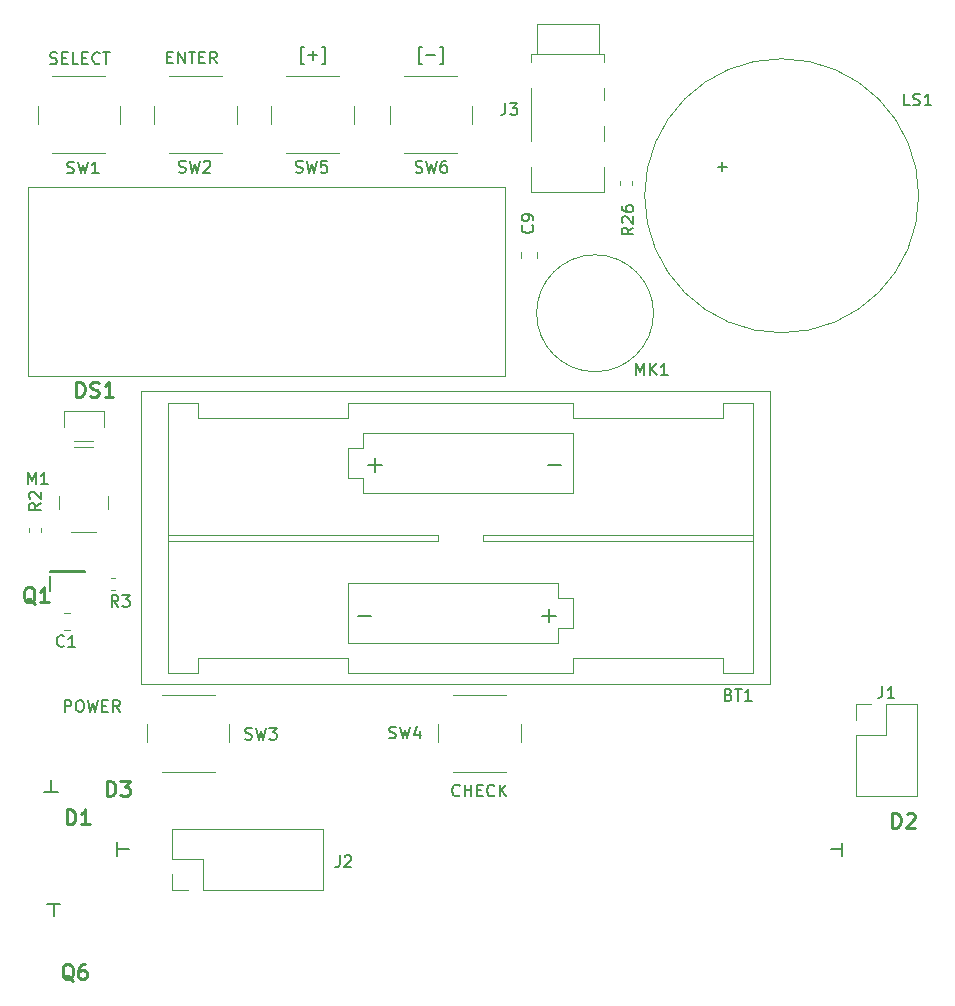
<source format=gbr>
G04 #@! TF.GenerationSoftware,KiCad,Pcbnew,5.1.5-52549c5~86~ubuntu18.04.1*
G04 #@! TF.CreationDate,2020-04-11T22:25:53+03:00*
G04 #@! TF.ProjectId,Dreamstalker-PRO-v1,44726561-6d73-4746-916c-6b65722d5052,1.02*
G04 #@! TF.SameCoordinates,Original*
G04 #@! TF.FileFunction,Legend,Top*
G04 #@! TF.FilePolarity,Positive*
%FSLAX46Y46*%
G04 Gerber Fmt 4.6, Leading zero omitted, Abs format (unit mm)*
G04 Created by KiCad (PCBNEW 5.1.5-52549c5~86~ubuntu18.04.1) date 2020-04-11 22:25:53*
%MOMM*%
%LPD*%
G04 APERTURE LIST*
%ADD10C,0.120000*%
%ADD11C,0.100000*%
%ADD12C,0.200000*%
%ADD13C,0.254000*%
%ADD14C,0.180000*%
%ADD15C,0.150000*%
G04 APERTURE END LIST*
D10*
X90840000Y-83187221D02*
X90840000Y-83512779D01*
X91860000Y-83187221D02*
X91860000Y-83512779D01*
X94700000Y-75850000D02*
X96300000Y-75850000D01*
X94700000Y-76350000D02*
X96300000Y-76350000D01*
X97200000Y-73250000D02*
X97200000Y-74650000D01*
X93800000Y-73250000D02*
X97200000Y-73250000D01*
X93800000Y-74650000D02*
X93800000Y-73250000D01*
X97600000Y-81550000D02*
X97600000Y-80450000D01*
X94450000Y-83550000D02*
X96550000Y-83550000D01*
X93400000Y-81550000D02*
X93400000Y-80450000D01*
X143750000Y-65000000D02*
G75*
G03X143750000Y-65000000I-4950000J0D01*
G01*
D11*
X90790000Y-70300000D02*
X90790000Y-54300000D01*
X131190000Y-70300000D02*
X90790000Y-70300000D01*
X131190000Y-54300000D02*
X131190000Y-70300000D01*
X90790000Y-54300000D02*
X131190000Y-54300000D01*
D10*
X105175000Y-72570000D02*
X105175000Y-73840000D01*
X102635000Y-72570000D02*
X105175000Y-72570000D01*
X102635000Y-95430000D02*
X102635000Y-72570000D01*
X105175000Y-95430000D02*
X105175000Y-94160000D01*
X102635000Y-95430000D02*
X105175000Y-95430000D01*
X149625000Y-73840000D02*
X136925000Y-73840000D01*
X149625000Y-72570000D02*
X149625000Y-73840000D01*
X152165000Y-72570000D02*
X149625000Y-72570000D01*
X152165000Y-95430000D02*
X152165000Y-72570000D01*
X149625000Y-95430000D02*
X152165000Y-95430000D01*
X149625000Y-94160000D02*
X149625000Y-95430000D01*
X149625000Y-94160000D02*
X136925000Y-94160000D01*
X105175000Y-73840000D02*
X117875000Y-73840000D01*
X136925000Y-95430000D02*
X136925000Y-94160000D01*
X117875000Y-95430000D02*
X136925000Y-95430000D01*
X117875000Y-94160000D02*
X117875000Y-95430000D01*
X105175000Y-94160000D02*
X117875000Y-94160000D01*
X117875000Y-72570000D02*
X117875000Y-73840000D01*
X136925000Y-72570000D02*
X117875000Y-72570000D01*
X136925000Y-73840000D02*
X136925000Y-72570000D01*
X125495000Y-83746000D02*
X102635000Y-83746000D01*
X125495000Y-84254000D02*
X125495000Y-83746000D01*
X102635000Y-84254000D02*
X125495000Y-84254000D01*
X129305000Y-83746000D02*
X152165000Y-83746000D01*
X129305000Y-84254000D02*
X129305000Y-83746000D01*
X152165000Y-84254000D02*
X129305000Y-84254000D01*
X117875000Y-92890000D02*
X117875000Y-91620000D01*
X135655000Y-92890000D02*
X117875000Y-92890000D01*
X135655000Y-91620000D02*
X135655000Y-92890000D01*
X136925000Y-91620000D02*
X135655000Y-91620000D01*
X136925000Y-89080000D02*
X136925000Y-91620000D01*
X135655000Y-89080000D02*
X136925000Y-89080000D01*
X135655000Y-87810000D02*
X135655000Y-89080000D01*
X117875000Y-87810000D02*
X135655000Y-87810000D01*
X117875000Y-91620000D02*
X117875000Y-87810000D01*
X119145000Y-75110000D02*
X136925000Y-75110000D01*
X119145000Y-76380000D02*
X119145000Y-75110000D01*
X117875000Y-76380000D02*
X119145000Y-76380000D01*
X117875000Y-78920000D02*
X117875000Y-76380000D01*
X119145000Y-78920000D02*
X117875000Y-78920000D01*
X119145000Y-80190000D02*
X119145000Y-78920000D01*
X136925000Y-80190000D02*
X119145000Y-80190000D01*
X136925000Y-75110000D02*
X136925000Y-80190000D01*
X100395000Y-96400000D02*
X153595000Y-96400000D01*
X153595000Y-96400000D02*
X153595000Y-71600000D01*
X153595000Y-71600000D02*
X100395000Y-71600000D01*
X100395000Y-71600000D02*
X100395000Y-96400000D01*
X133900000Y-43050000D02*
X139100000Y-43050000D01*
X139600000Y-54750000D02*
X139600000Y-52650000D01*
X133400000Y-54750000D02*
X139600000Y-54750000D01*
X133400000Y-52650000D02*
X133400000Y-54750000D01*
X139600000Y-49150000D02*
X139600000Y-50450000D01*
X139600000Y-45950000D02*
X139600000Y-46950000D01*
X133400000Y-45950000D02*
X133400000Y-50450000D01*
X139100000Y-43050000D02*
X139600000Y-43050000D01*
X139600000Y-43050000D02*
X139600000Y-43750000D01*
X133400000Y-43050000D02*
X133400000Y-43750000D01*
X133900000Y-43050000D02*
X133400000Y-43050000D01*
X139100000Y-40550000D02*
X139100000Y-43050000D01*
X133900000Y-40550000D02*
X139100000Y-40550000D01*
X133900000Y-40550000D02*
X133900000Y-43050000D01*
X140890000Y-54162779D02*
X140890000Y-53837221D01*
X141910000Y-54162779D02*
X141910000Y-53837221D01*
X101500000Y-47450000D02*
X101500000Y-48950000D01*
X102750000Y-51450000D02*
X107250000Y-51450000D01*
X108500000Y-48950000D02*
X108500000Y-47450000D01*
X107250000Y-44950000D02*
X102750000Y-44950000D01*
X107850000Y-101300000D02*
X107850000Y-99800000D01*
X106600000Y-97300000D02*
X102100000Y-97300000D01*
X100850000Y-99800000D02*
X100850000Y-101300000D01*
X102100000Y-103800000D02*
X106600000Y-103800000D01*
X132500000Y-101300000D02*
X132500000Y-99800000D01*
X131250000Y-97300000D02*
X126750000Y-97300000D01*
X125500000Y-99800000D02*
X125500000Y-101300000D01*
X126750000Y-103800000D02*
X131250000Y-103800000D01*
X121400000Y-47450000D02*
X121400000Y-48950000D01*
X122650000Y-51450000D02*
X127150000Y-51450000D01*
X128400000Y-48950000D02*
X128400000Y-47450000D01*
X127150000Y-44950000D02*
X122650000Y-44950000D01*
X111400000Y-47450000D02*
X111400000Y-48950000D01*
X112650000Y-51450000D02*
X117150000Y-51450000D01*
X118400000Y-48950000D02*
X118400000Y-47450000D01*
X117150000Y-44950000D02*
X112650000Y-44950000D01*
X91600000Y-47450000D02*
X91600000Y-48950000D01*
X92850000Y-51450000D02*
X97350000Y-51450000D01*
X98600000Y-48950000D02*
X98600000Y-47450000D01*
X97350000Y-44950000D02*
X92850000Y-44950000D01*
X166200000Y-55050000D02*
G75*
G03X166200000Y-55050000I-11600000J0D01*
G01*
X93841422Y-91810000D02*
X94358578Y-91810000D01*
X93841422Y-90390000D02*
X94358578Y-90390000D01*
X132490000Y-59841422D02*
X132490000Y-60358578D01*
X133910000Y-59841422D02*
X133910000Y-60358578D01*
X160870000Y-105860000D02*
X166070000Y-105860000D01*
X160870000Y-100720000D02*
X160870000Y-105860000D01*
X166070000Y-98120000D02*
X166070000Y-105860000D01*
X160870000Y-100720000D02*
X163470000Y-100720000D01*
X163470000Y-100720000D02*
X163470000Y-98120000D01*
X163470000Y-98120000D02*
X166070000Y-98120000D01*
X160870000Y-99450000D02*
X160870000Y-98120000D01*
X160870000Y-98120000D02*
X162200000Y-98120000D01*
X115790000Y-113830000D02*
X115790000Y-108630000D01*
X105570000Y-113830000D02*
X115790000Y-113830000D01*
X102970000Y-108630000D02*
X115790000Y-108630000D01*
X105570000Y-113830000D02*
X105570000Y-111230000D01*
X105570000Y-111230000D02*
X102970000Y-111230000D01*
X102970000Y-111230000D02*
X102970000Y-108630000D01*
X104300000Y-113830000D02*
X102970000Y-113830000D01*
X102970000Y-113830000D02*
X102970000Y-112500000D01*
X98162779Y-87390000D02*
X97837221Y-87390000D01*
X98162779Y-88410000D02*
X97837221Y-88410000D01*
D12*
X92690000Y-86900000D02*
X92690000Y-86800000D01*
X92690000Y-86800000D02*
X95610000Y-86800000D01*
X95610000Y-86800000D02*
X95610000Y-86900000D01*
X95610000Y-86900000D02*
X92690000Y-86900000D01*
X92650000Y-88550000D02*
X92650000Y-87250000D01*
D13*
X163962619Y-108574523D02*
X163962619Y-107304523D01*
X164265000Y-107304523D01*
X164446428Y-107365000D01*
X164567380Y-107485952D01*
X164627857Y-107606904D01*
X164688333Y-107848809D01*
X164688333Y-108030238D01*
X164627857Y-108272142D01*
X164567380Y-108393095D01*
X164446428Y-108514047D01*
X164265000Y-108574523D01*
X163962619Y-108574523D01*
X165172142Y-107425476D02*
X165232619Y-107365000D01*
X165353571Y-107304523D01*
X165655952Y-107304523D01*
X165776904Y-107365000D01*
X165837380Y-107425476D01*
X165897857Y-107546428D01*
X165897857Y-107667380D01*
X165837380Y-107848809D01*
X165111666Y-108574523D01*
X165897857Y-108574523D01*
D14*
X159747619Y-109828571D02*
X159747619Y-110971428D01*
X158747619Y-110400000D02*
X159747619Y-110400000D01*
D13*
X94629047Y-121495476D02*
X94508095Y-121435000D01*
X94387142Y-121314047D01*
X94205714Y-121132619D01*
X94084761Y-121072142D01*
X93963809Y-121072142D01*
X94024285Y-121374523D02*
X93903333Y-121314047D01*
X93782380Y-121193095D01*
X93721904Y-120951190D01*
X93721904Y-120527857D01*
X93782380Y-120285952D01*
X93903333Y-120165000D01*
X94024285Y-120104523D01*
X94266190Y-120104523D01*
X94387142Y-120165000D01*
X94508095Y-120285952D01*
X94568571Y-120527857D01*
X94568571Y-120951190D01*
X94508095Y-121193095D01*
X94387142Y-121314047D01*
X94266190Y-121374523D01*
X94024285Y-121374523D01*
X95657142Y-120104523D02*
X95415238Y-120104523D01*
X95294285Y-120165000D01*
X95233809Y-120225476D01*
X95112857Y-120406904D01*
X95052380Y-120648809D01*
X95052380Y-121132619D01*
X95112857Y-121253571D01*
X95173333Y-121314047D01*
X95294285Y-121374523D01*
X95536190Y-121374523D01*
X95657142Y-121314047D01*
X95717619Y-121253571D01*
X95778095Y-121132619D01*
X95778095Y-120830238D01*
X95717619Y-120709285D01*
X95657142Y-120648809D01*
X95536190Y-120588333D01*
X95294285Y-120588333D01*
X95173333Y-120648809D01*
X95112857Y-120709285D01*
X95052380Y-120830238D01*
D14*
X92378571Y-115052380D02*
X93521428Y-115052380D01*
X92950000Y-116052380D02*
X92950000Y-115052380D01*
D13*
X94062619Y-108274523D02*
X94062619Y-107004523D01*
X94365000Y-107004523D01*
X94546428Y-107065000D01*
X94667380Y-107185952D01*
X94727857Y-107306904D01*
X94788333Y-107548809D01*
X94788333Y-107730238D01*
X94727857Y-107972142D01*
X94667380Y-108093095D01*
X94546428Y-108214047D01*
X94365000Y-108274523D01*
X94062619Y-108274523D01*
X95997857Y-108274523D02*
X95272142Y-108274523D01*
X95635000Y-108274523D02*
X95635000Y-107004523D01*
X95514047Y-107185952D01*
X95393095Y-107306904D01*
X95272142Y-107367380D01*
D14*
X98302380Y-110921428D02*
X98302380Y-109778571D01*
X99302380Y-110350000D02*
X98302380Y-110350000D01*
D13*
X97462619Y-105874523D02*
X97462619Y-104604523D01*
X97765000Y-104604523D01*
X97946428Y-104665000D01*
X98067380Y-104785952D01*
X98127857Y-104906904D01*
X98188333Y-105148809D01*
X98188333Y-105330238D01*
X98127857Y-105572142D01*
X98067380Y-105693095D01*
X97946428Y-105814047D01*
X97765000Y-105874523D01*
X97462619Y-105874523D01*
X98611666Y-104604523D02*
X99397857Y-104604523D01*
X98974523Y-105088333D01*
X99155952Y-105088333D01*
X99276904Y-105148809D01*
X99337380Y-105209285D01*
X99397857Y-105330238D01*
X99397857Y-105632619D01*
X99337380Y-105753571D01*
X99276904Y-105814047D01*
X99155952Y-105874523D01*
X98793095Y-105874523D01*
X98672142Y-105814047D01*
X98611666Y-105753571D01*
D14*
X93321428Y-105497619D02*
X92178571Y-105497619D01*
X92750000Y-104497619D02*
X92750000Y-105497619D01*
D15*
X91872380Y-81066666D02*
X91396190Y-81400000D01*
X91872380Y-81638095D02*
X90872380Y-81638095D01*
X90872380Y-81257142D01*
X90920000Y-81161904D01*
X90967619Y-81114285D01*
X91062857Y-81066666D01*
X91205714Y-81066666D01*
X91300952Y-81114285D01*
X91348571Y-81161904D01*
X91396190Y-81257142D01*
X91396190Y-81638095D01*
X90967619Y-80685714D02*
X90920000Y-80638095D01*
X90872380Y-80542857D01*
X90872380Y-80304761D01*
X90920000Y-80209523D01*
X90967619Y-80161904D01*
X91062857Y-80114285D01*
X91158095Y-80114285D01*
X91300952Y-80161904D01*
X91872380Y-80733333D01*
X91872380Y-80114285D01*
X90790476Y-79452380D02*
X90790476Y-78452380D01*
X91123809Y-79166666D01*
X91457142Y-78452380D01*
X91457142Y-79452380D01*
X92457142Y-79452380D02*
X91885714Y-79452380D01*
X92171428Y-79452380D02*
X92171428Y-78452380D01*
X92076190Y-78595238D01*
X91980952Y-78690476D01*
X91885714Y-78738095D01*
X142290476Y-70252380D02*
X142290476Y-69252380D01*
X142623809Y-69966666D01*
X142957142Y-69252380D01*
X142957142Y-70252380D01*
X143433333Y-70252380D02*
X143433333Y-69252380D01*
X144004761Y-70252380D02*
X143576190Y-69680952D01*
X144004761Y-69252380D02*
X143433333Y-69823809D01*
X144957142Y-70252380D02*
X144385714Y-70252380D01*
X144671428Y-70252380D02*
X144671428Y-69252380D01*
X144576190Y-69395238D01*
X144480952Y-69490476D01*
X144385714Y-69538095D01*
D13*
X94857857Y-72074523D02*
X94857857Y-70804523D01*
X95160238Y-70804523D01*
X95341666Y-70865000D01*
X95462619Y-70985952D01*
X95523095Y-71106904D01*
X95583571Y-71348809D01*
X95583571Y-71530238D01*
X95523095Y-71772142D01*
X95462619Y-71893095D01*
X95341666Y-72014047D01*
X95160238Y-72074523D01*
X94857857Y-72074523D01*
X96067380Y-72014047D02*
X96248809Y-72074523D01*
X96551190Y-72074523D01*
X96672142Y-72014047D01*
X96732619Y-71953571D01*
X96793095Y-71832619D01*
X96793095Y-71711666D01*
X96732619Y-71590714D01*
X96672142Y-71530238D01*
X96551190Y-71469761D01*
X96309285Y-71409285D01*
X96188333Y-71348809D01*
X96127857Y-71288333D01*
X96067380Y-71167380D01*
X96067380Y-71046428D01*
X96127857Y-70925476D01*
X96188333Y-70865000D01*
X96309285Y-70804523D01*
X96611666Y-70804523D01*
X96793095Y-70865000D01*
X98002619Y-72074523D02*
X97276904Y-72074523D01*
X97639761Y-72074523D02*
X97639761Y-70804523D01*
X97518809Y-70985952D01*
X97397857Y-71106904D01*
X97276904Y-71167380D01*
D15*
X150109285Y-97278571D02*
X150252142Y-97326190D01*
X150299761Y-97373809D01*
X150347380Y-97469047D01*
X150347380Y-97611904D01*
X150299761Y-97707142D01*
X150252142Y-97754761D01*
X150156904Y-97802380D01*
X149775952Y-97802380D01*
X149775952Y-96802380D01*
X150109285Y-96802380D01*
X150204523Y-96850000D01*
X150252142Y-96897619D01*
X150299761Y-96992857D01*
X150299761Y-97088095D01*
X150252142Y-97183333D01*
X150204523Y-97230952D01*
X150109285Y-97278571D01*
X149775952Y-97278571D01*
X150633095Y-96802380D02*
X151204523Y-96802380D01*
X150918809Y-97802380D02*
X150918809Y-96802380D01*
X152061666Y-97802380D02*
X151490238Y-97802380D01*
X151775952Y-97802380D02*
X151775952Y-96802380D01*
X151680714Y-96945238D01*
X151585476Y-97040476D01*
X151490238Y-97088095D01*
X118728571Y-90607142D02*
X119871428Y-90607142D01*
X134328571Y-90607142D02*
X135471428Y-90607142D01*
X134900000Y-91178571D02*
X134900000Y-90035714D01*
X134778571Y-77857142D02*
X135921428Y-77857142D01*
X119578571Y-77857142D02*
X120721428Y-77857142D01*
X120150000Y-78428571D02*
X120150000Y-77285714D01*
X134328571Y-90607142D02*
X135471428Y-90607142D01*
X134900000Y-91178571D02*
X134900000Y-90035714D01*
X118728571Y-90607142D02*
X119871428Y-90607142D01*
X131216666Y-47202380D02*
X131216666Y-47916666D01*
X131169047Y-48059523D01*
X131073809Y-48154761D01*
X130930952Y-48202380D01*
X130835714Y-48202380D01*
X131597619Y-47202380D02*
X132216666Y-47202380D01*
X131883333Y-47583333D01*
X132026190Y-47583333D01*
X132121428Y-47630952D01*
X132169047Y-47678571D01*
X132216666Y-47773809D01*
X132216666Y-48011904D01*
X132169047Y-48107142D01*
X132121428Y-48154761D01*
X132026190Y-48202380D01*
X131740476Y-48202380D01*
X131645238Y-48154761D01*
X131597619Y-48107142D01*
X142052380Y-57742857D02*
X141576190Y-58076190D01*
X142052380Y-58314285D02*
X141052380Y-58314285D01*
X141052380Y-57933333D01*
X141100000Y-57838095D01*
X141147619Y-57790476D01*
X141242857Y-57742857D01*
X141385714Y-57742857D01*
X141480952Y-57790476D01*
X141528571Y-57838095D01*
X141576190Y-57933333D01*
X141576190Y-58314285D01*
X141147619Y-57361904D02*
X141100000Y-57314285D01*
X141052380Y-57219047D01*
X141052380Y-56980952D01*
X141100000Y-56885714D01*
X141147619Y-56838095D01*
X141242857Y-56790476D01*
X141338095Y-56790476D01*
X141480952Y-56838095D01*
X142052380Y-57409523D01*
X142052380Y-56790476D01*
X141052380Y-55933333D02*
X141052380Y-56123809D01*
X141100000Y-56219047D01*
X141147619Y-56266666D01*
X141290476Y-56361904D01*
X141480952Y-56409523D01*
X141861904Y-56409523D01*
X141957142Y-56361904D01*
X142004761Y-56314285D01*
X142052380Y-56219047D01*
X142052380Y-56028571D01*
X142004761Y-55933333D01*
X141957142Y-55885714D01*
X141861904Y-55838095D01*
X141623809Y-55838095D01*
X141528571Y-55885714D01*
X141480952Y-55933333D01*
X141433333Y-56028571D01*
X141433333Y-56219047D01*
X141480952Y-56314285D01*
X141528571Y-56361904D01*
X141623809Y-56409523D01*
X103566666Y-53054761D02*
X103709523Y-53102380D01*
X103947619Y-53102380D01*
X104042857Y-53054761D01*
X104090476Y-53007142D01*
X104138095Y-52911904D01*
X104138095Y-52816666D01*
X104090476Y-52721428D01*
X104042857Y-52673809D01*
X103947619Y-52626190D01*
X103757142Y-52578571D01*
X103661904Y-52530952D01*
X103614285Y-52483333D01*
X103566666Y-52388095D01*
X103566666Y-52292857D01*
X103614285Y-52197619D01*
X103661904Y-52150000D01*
X103757142Y-52102380D01*
X103995238Y-52102380D01*
X104138095Y-52150000D01*
X104471428Y-52102380D02*
X104709523Y-53102380D01*
X104900000Y-52388095D01*
X105090476Y-53102380D01*
X105328571Y-52102380D01*
X105661904Y-52197619D02*
X105709523Y-52150000D01*
X105804761Y-52102380D01*
X106042857Y-52102380D01*
X106138095Y-52150000D01*
X106185714Y-52197619D01*
X106233333Y-52292857D01*
X106233333Y-52388095D01*
X106185714Y-52530952D01*
X105614285Y-53102380D01*
X106233333Y-53102380D01*
X102578571Y-43328571D02*
X102911904Y-43328571D01*
X103054761Y-43852380D02*
X102578571Y-43852380D01*
X102578571Y-42852380D01*
X103054761Y-42852380D01*
X103483333Y-43852380D02*
X103483333Y-42852380D01*
X104054761Y-43852380D01*
X104054761Y-42852380D01*
X104388095Y-42852380D02*
X104959523Y-42852380D01*
X104673809Y-43852380D02*
X104673809Y-42852380D01*
X105292857Y-43328571D02*
X105626190Y-43328571D01*
X105769047Y-43852380D02*
X105292857Y-43852380D01*
X105292857Y-42852380D01*
X105769047Y-42852380D01*
X106769047Y-43852380D02*
X106435714Y-43376190D01*
X106197619Y-43852380D02*
X106197619Y-42852380D01*
X106578571Y-42852380D01*
X106673809Y-42900000D01*
X106721428Y-42947619D01*
X106769047Y-43042857D01*
X106769047Y-43185714D01*
X106721428Y-43280952D01*
X106673809Y-43328571D01*
X106578571Y-43376190D01*
X106197619Y-43376190D01*
X109166666Y-101054761D02*
X109309523Y-101102380D01*
X109547619Y-101102380D01*
X109642857Y-101054761D01*
X109690476Y-101007142D01*
X109738095Y-100911904D01*
X109738095Y-100816666D01*
X109690476Y-100721428D01*
X109642857Y-100673809D01*
X109547619Y-100626190D01*
X109357142Y-100578571D01*
X109261904Y-100530952D01*
X109214285Y-100483333D01*
X109166666Y-100388095D01*
X109166666Y-100292857D01*
X109214285Y-100197619D01*
X109261904Y-100150000D01*
X109357142Y-100102380D01*
X109595238Y-100102380D01*
X109738095Y-100150000D01*
X110071428Y-100102380D02*
X110309523Y-101102380D01*
X110500000Y-100388095D01*
X110690476Y-101102380D01*
X110928571Y-100102380D01*
X111214285Y-100102380D02*
X111833333Y-100102380D01*
X111500000Y-100483333D01*
X111642857Y-100483333D01*
X111738095Y-100530952D01*
X111785714Y-100578571D01*
X111833333Y-100673809D01*
X111833333Y-100911904D01*
X111785714Y-101007142D01*
X111738095Y-101054761D01*
X111642857Y-101102380D01*
X111357142Y-101102380D01*
X111261904Y-101054761D01*
X111214285Y-101007142D01*
X93890476Y-98752380D02*
X93890476Y-97752380D01*
X94271428Y-97752380D01*
X94366666Y-97800000D01*
X94414285Y-97847619D01*
X94461904Y-97942857D01*
X94461904Y-98085714D01*
X94414285Y-98180952D01*
X94366666Y-98228571D01*
X94271428Y-98276190D01*
X93890476Y-98276190D01*
X95080952Y-97752380D02*
X95271428Y-97752380D01*
X95366666Y-97800000D01*
X95461904Y-97895238D01*
X95509523Y-98085714D01*
X95509523Y-98419047D01*
X95461904Y-98609523D01*
X95366666Y-98704761D01*
X95271428Y-98752380D01*
X95080952Y-98752380D01*
X94985714Y-98704761D01*
X94890476Y-98609523D01*
X94842857Y-98419047D01*
X94842857Y-98085714D01*
X94890476Y-97895238D01*
X94985714Y-97800000D01*
X95080952Y-97752380D01*
X95842857Y-97752380D02*
X96080952Y-98752380D01*
X96271428Y-98038095D01*
X96461904Y-98752380D01*
X96700000Y-97752380D01*
X97080952Y-98228571D02*
X97414285Y-98228571D01*
X97557142Y-98752380D02*
X97080952Y-98752380D01*
X97080952Y-97752380D01*
X97557142Y-97752380D01*
X98557142Y-98752380D02*
X98223809Y-98276190D01*
X97985714Y-98752380D02*
X97985714Y-97752380D01*
X98366666Y-97752380D01*
X98461904Y-97800000D01*
X98509523Y-97847619D01*
X98557142Y-97942857D01*
X98557142Y-98085714D01*
X98509523Y-98180952D01*
X98461904Y-98228571D01*
X98366666Y-98276190D01*
X97985714Y-98276190D01*
X121366666Y-100954761D02*
X121509523Y-101002380D01*
X121747619Y-101002380D01*
X121842857Y-100954761D01*
X121890476Y-100907142D01*
X121938095Y-100811904D01*
X121938095Y-100716666D01*
X121890476Y-100621428D01*
X121842857Y-100573809D01*
X121747619Y-100526190D01*
X121557142Y-100478571D01*
X121461904Y-100430952D01*
X121414285Y-100383333D01*
X121366666Y-100288095D01*
X121366666Y-100192857D01*
X121414285Y-100097619D01*
X121461904Y-100050000D01*
X121557142Y-100002380D01*
X121795238Y-100002380D01*
X121938095Y-100050000D01*
X122271428Y-100002380D02*
X122509523Y-101002380D01*
X122700000Y-100288095D01*
X122890476Y-101002380D01*
X123128571Y-100002380D01*
X123938095Y-100335714D02*
X123938095Y-101002380D01*
X123700000Y-99954761D02*
X123461904Y-100669047D01*
X124080952Y-100669047D01*
X127333333Y-105807142D02*
X127285714Y-105854761D01*
X127142857Y-105902380D01*
X127047619Y-105902380D01*
X126904761Y-105854761D01*
X126809523Y-105759523D01*
X126761904Y-105664285D01*
X126714285Y-105473809D01*
X126714285Y-105330952D01*
X126761904Y-105140476D01*
X126809523Y-105045238D01*
X126904761Y-104950000D01*
X127047619Y-104902380D01*
X127142857Y-104902380D01*
X127285714Y-104950000D01*
X127333333Y-104997619D01*
X127761904Y-105902380D02*
X127761904Y-104902380D01*
X127761904Y-105378571D02*
X128333333Y-105378571D01*
X128333333Y-105902380D02*
X128333333Y-104902380D01*
X128809523Y-105378571D02*
X129142857Y-105378571D01*
X129285714Y-105902380D02*
X128809523Y-105902380D01*
X128809523Y-104902380D01*
X129285714Y-104902380D01*
X130285714Y-105807142D02*
X130238095Y-105854761D01*
X130095238Y-105902380D01*
X130000000Y-105902380D01*
X129857142Y-105854761D01*
X129761904Y-105759523D01*
X129714285Y-105664285D01*
X129666666Y-105473809D01*
X129666666Y-105330952D01*
X129714285Y-105140476D01*
X129761904Y-105045238D01*
X129857142Y-104950000D01*
X130000000Y-104902380D01*
X130095238Y-104902380D01*
X130238095Y-104950000D01*
X130285714Y-104997619D01*
X130714285Y-105902380D02*
X130714285Y-104902380D01*
X131285714Y-105902380D02*
X130857142Y-105330952D01*
X131285714Y-104902380D02*
X130714285Y-105473809D01*
X123616666Y-53054761D02*
X123759523Y-53102380D01*
X123997619Y-53102380D01*
X124092857Y-53054761D01*
X124140476Y-53007142D01*
X124188095Y-52911904D01*
X124188095Y-52816666D01*
X124140476Y-52721428D01*
X124092857Y-52673809D01*
X123997619Y-52626190D01*
X123807142Y-52578571D01*
X123711904Y-52530952D01*
X123664285Y-52483333D01*
X123616666Y-52388095D01*
X123616666Y-52292857D01*
X123664285Y-52197619D01*
X123711904Y-52150000D01*
X123807142Y-52102380D01*
X124045238Y-52102380D01*
X124188095Y-52150000D01*
X124521428Y-52102380D02*
X124759523Y-53102380D01*
X124950000Y-52388095D01*
X125140476Y-53102380D01*
X125378571Y-52102380D01*
X126188095Y-52102380D02*
X125997619Y-52102380D01*
X125902380Y-52150000D01*
X125854761Y-52197619D01*
X125759523Y-52340476D01*
X125711904Y-52530952D01*
X125711904Y-52911904D01*
X125759523Y-53007142D01*
X125807142Y-53054761D01*
X125902380Y-53102380D01*
X126092857Y-53102380D01*
X126188095Y-53054761D01*
X126235714Y-53007142D01*
X126283333Y-52911904D01*
X126283333Y-52673809D01*
X126235714Y-52578571D01*
X126188095Y-52530952D01*
X126092857Y-52483333D01*
X125902380Y-52483333D01*
X125807142Y-52530952D01*
X125759523Y-52578571D01*
X125711904Y-52673809D01*
X124138095Y-43885714D02*
X123900000Y-43885714D01*
X123900000Y-42457142D01*
X124138095Y-42457142D01*
X124519047Y-43171428D02*
X125280952Y-43171428D01*
X125661904Y-43885714D02*
X125900000Y-43885714D01*
X125900000Y-42457142D01*
X125661904Y-42457142D01*
X113466666Y-53054761D02*
X113609523Y-53102380D01*
X113847619Y-53102380D01*
X113942857Y-53054761D01*
X113990476Y-53007142D01*
X114038095Y-52911904D01*
X114038095Y-52816666D01*
X113990476Y-52721428D01*
X113942857Y-52673809D01*
X113847619Y-52626190D01*
X113657142Y-52578571D01*
X113561904Y-52530952D01*
X113514285Y-52483333D01*
X113466666Y-52388095D01*
X113466666Y-52292857D01*
X113514285Y-52197619D01*
X113561904Y-52150000D01*
X113657142Y-52102380D01*
X113895238Y-52102380D01*
X114038095Y-52150000D01*
X114371428Y-52102380D02*
X114609523Y-53102380D01*
X114800000Y-52388095D01*
X114990476Y-53102380D01*
X115228571Y-52102380D01*
X116085714Y-52102380D02*
X115609523Y-52102380D01*
X115561904Y-52578571D01*
X115609523Y-52530952D01*
X115704761Y-52483333D01*
X115942857Y-52483333D01*
X116038095Y-52530952D01*
X116085714Y-52578571D01*
X116133333Y-52673809D01*
X116133333Y-52911904D01*
X116085714Y-53007142D01*
X116038095Y-53054761D01*
X115942857Y-53102380D01*
X115704761Y-53102380D01*
X115609523Y-53054761D01*
X115561904Y-53007142D01*
X114138095Y-43885714D02*
X113900000Y-43885714D01*
X113900000Y-42457142D01*
X114138095Y-42457142D01*
X114519047Y-43171428D02*
X115280952Y-43171428D01*
X114900000Y-43552380D02*
X114900000Y-42790476D01*
X115661904Y-43885714D02*
X115900000Y-43885714D01*
X115900000Y-42457142D01*
X115661904Y-42457142D01*
X94116666Y-53104761D02*
X94259523Y-53152380D01*
X94497619Y-53152380D01*
X94592857Y-53104761D01*
X94640476Y-53057142D01*
X94688095Y-52961904D01*
X94688095Y-52866666D01*
X94640476Y-52771428D01*
X94592857Y-52723809D01*
X94497619Y-52676190D01*
X94307142Y-52628571D01*
X94211904Y-52580952D01*
X94164285Y-52533333D01*
X94116666Y-52438095D01*
X94116666Y-52342857D01*
X94164285Y-52247619D01*
X94211904Y-52200000D01*
X94307142Y-52152380D01*
X94545238Y-52152380D01*
X94688095Y-52200000D01*
X95021428Y-52152380D02*
X95259523Y-53152380D01*
X95450000Y-52438095D01*
X95640476Y-53152380D01*
X95878571Y-52152380D01*
X96783333Y-53152380D02*
X96211904Y-53152380D01*
X96497619Y-53152380D02*
X96497619Y-52152380D01*
X96402380Y-52295238D01*
X96307142Y-52390476D01*
X96211904Y-52438095D01*
X92673809Y-43854761D02*
X92816666Y-43902380D01*
X93054761Y-43902380D01*
X93150000Y-43854761D01*
X93197619Y-43807142D01*
X93245238Y-43711904D01*
X93245238Y-43616666D01*
X93197619Y-43521428D01*
X93150000Y-43473809D01*
X93054761Y-43426190D01*
X92864285Y-43378571D01*
X92769047Y-43330952D01*
X92721428Y-43283333D01*
X92673809Y-43188095D01*
X92673809Y-43092857D01*
X92721428Y-42997619D01*
X92769047Y-42950000D01*
X92864285Y-42902380D01*
X93102380Y-42902380D01*
X93245238Y-42950000D01*
X93673809Y-43378571D02*
X94007142Y-43378571D01*
X94150000Y-43902380D02*
X93673809Y-43902380D01*
X93673809Y-42902380D01*
X94150000Y-42902380D01*
X95054761Y-43902380D02*
X94578571Y-43902380D01*
X94578571Y-42902380D01*
X95388095Y-43378571D02*
X95721428Y-43378571D01*
X95864285Y-43902380D02*
X95388095Y-43902380D01*
X95388095Y-42902380D01*
X95864285Y-42902380D01*
X96864285Y-43807142D02*
X96816666Y-43854761D01*
X96673809Y-43902380D01*
X96578571Y-43902380D01*
X96435714Y-43854761D01*
X96340476Y-43759523D01*
X96292857Y-43664285D01*
X96245238Y-43473809D01*
X96245238Y-43330952D01*
X96292857Y-43140476D01*
X96340476Y-43045238D01*
X96435714Y-42950000D01*
X96578571Y-42902380D01*
X96673809Y-42902380D01*
X96816666Y-42950000D01*
X96864285Y-42997619D01*
X97150000Y-42902380D02*
X97721428Y-42902380D01*
X97435714Y-43902380D02*
X97435714Y-42902380D01*
X165457142Y-47402380D02*
X164980952Y-47402380D01*
X164980952Y-46402380D01*
X165742857Y-47354761D02*
X165885714Y-47402380D01*
X166123809Y-47402380D01*
X166219047Y-47354761D01*
X166266666Y-47307142D01*
X166314285Y-47211904D01*
X166314285Y-47116666D01*
X166266666Y-47021428D01*
X166219047Y-46973809D01*
X166123809Y-46926190D01*
X165933333Y-46878571D01*
X165838095Y-46830952D01*
X165790476Y-46783333D01*
X165742857Y-46688095D01*
X165742857Y-46592857D01*
X165790476Y-46497619D01*
X165838095Y-46450000D01*
X165933333Y-46402380D01*
X166171428Y-46402380D01*
X166314285Y-46450000D01*
X167266666Y-47402380D02*
X166695238Y-47402380D01*
X166980952Y-47402380D02*
X166980952Y-46402380D01*
X166885714Y-46545238D01*
X166790476Y-46640476D01*
X166695238Y-46688095D01*
X149209047Y-52581428D02*
X149970952Y-52581428D01*
X149590000Y-52962380D02*
X149590000Y-52200476D01*
X93833333Y-93157142D02*
X93785714Y-93204761D01*
X93642857Y-93252380D01*
X93547619Y-93252380D01*
X93404761Y-93204761D01*
X93309523Y-93109523D01*
X93261904Y-93014285D01*
X93214285Y-92823809D01*
X93214285Y-92680952D01*
X93261904Y-92490476D01*
X93309523Y-92395238D01*
X93404761Y-92300000D01*
X93547619Y-92252380D01*
X93642857Y-92252380D01*
X93785714Y-92300000D01*
X93833333Y-92347619D01*
X94785714Y-93252380D02*
X94214285Y-93252380D01*
X94500000Y-93252380D02*
X94500000Y-92252380D01*
X94404761Y-92395238D01*
X94309523Y-92490476D01*
X94214285Y-92538095D01*
X133487142Y-57566666D02*
X133534761Y-57614285D01*
X133582380Y-57757142D01*
X133582380Y-57852380D01*
X133534761Y-57995238D01*
X133439523Y-58090476D01*
X133344285Y-58138095D01*
X133153809Y-58185714D01*
X133010952Y-58185714D01*
X132820476Y-58138095D01*
X132725238Y-58090476D01*
X132630000Y-57995238D01*
X132582380Y-57852380D01*
X132582380Y-57757142D01*
X132630000Y-57614285D01*
X132677619Y-57566666D01*
X133582380Y-57090476D02*
X133582380Y-56900000D01*
X133534761Y-56804761D01*
X133487142Y-56757142D01*
X133344285Y-56661904D01*
X133153809Y-56614285D01*
X132772857Y-56614285D01*
X132677619Y-56661904D01*
X132630000Y-56709523D01*
X132582380Y-56804761D01*
X132582380Y-56995238D01*
X132630000Y-57090476D01*
X132677619Y-57138095D01*
X132772857Y-57185714D01*
X133010952Y-57185714D01*
X133106190Y-57138095D01*
X133153809Y-57090476D01*
X133201428Y-56995238D01*
X133201428Y-56804761D01*
X133153809Y-56709523D01*
X133106190Y-56661904D01*
X133010952Y-56614285D01*
X163136666Y-96572380D02*
X163136666Y-97286666D01*
X163089047Y-97429523D01*
X162993809Y-97524761D01*
X162850952Y-97572380D01*
X162755714Y-97572380D01*
X164136666Y-97572380D02*
X163565238Y-97572380D01*
X163850952Y-97572380D02*
X163850952Y-96572380D01*
X163755714Y-96715238D01*
X163660476Y-96810476D01*
X163565238Y-96858095D01*
X117166666Y-110902380D02*
X117166666Y-111616666D01*
X117119047Y-111759523D01*
X117023809Y-111854761D01*
X116880952Y-111902380D01*
X116785714Y-111902380D01*
X117595238Y-110997619D02*
X117642857Y-110950000D01*
X117738095Y-110902380D01*
X117976190Y-110902380D01*
X118071428Y-110950000D01*
X118119047Y-110997619D01*
X118166666Y-111092857D01*
X118166666Y-111188095D01*
X118119047Y-111330952D01*
X117547619Y-111902380D01*
X118166666Y-111902380D01*
X98433333Y-89852380D02*
X98100000Y-89376190D01*
X97861904Y-89852380D02*
X97861904Y-88852380D01*
X98242857Y-88852380D01*
X98338095Y-88900000D01*
X98385714Y-88947619D01*
X98433333Y-89042857D01*
X98433333Y-89185714D01*
X98385714Y-89280952D01*
X98338095Y-89328571D01*
X98242857Y-89376190D01*
X97861904Y-89376190D01*
X98766666Y-88852380D02*
X99385714Y-88852380D01*
X99052380Y-89233333D01*
X99195238Y-89233333D01*
X99290476Y-89280952D01*
X99338095Y-89328571D01*
X99385714Y-89423809D01*
X99385714Y-89661904D01*
X99338095Y-89757142D01*
X99290476Y-89804761D01*
X99195238Y-89852380D01*
X98909523Y-89852380D01*
X98814285Y-89804761D01*
X98766666Y-89757142D01*
D13*
X91379047Y-89595476D02*
X91258095Y-89535000D01*
X91137142Y-89414047D01*
X90955714Y-89232619D01*
X90834761Y-89172142D01*
X90713809Y-89172142D01*
X90774285Y-89474523D02*
X90653333Y-89414047D01*
X90532380Y-89293095D01*
X90471904Y-89051190D01*
X90471904Y-88627857D01*
X90532380Y-88385952D01*
X90653333Y-88265000D01*
X90774285Y-88204523D01*
X91016190Y-88204523D01*
X91137142Y-88265000D01*
X91258095Y-88385952D01*
X91318571Y-88627857D01*
X91318571Y-89051190D01*
X91258095Y-89293095D01*
X91137142Y-89414047D01*
X91016190Y-89474523D01*
X90774285Y-89474523D01*
X92528095Y-89474523D02*
X91802380Y-89474523D01*
X92165238Y-89474523D02*
X92165238Y-88204523D01*
X92044285Y-88385952D01*
X91923333Y-88506904D01*
X91802380Y-88567380D01*
M02*

</source>
